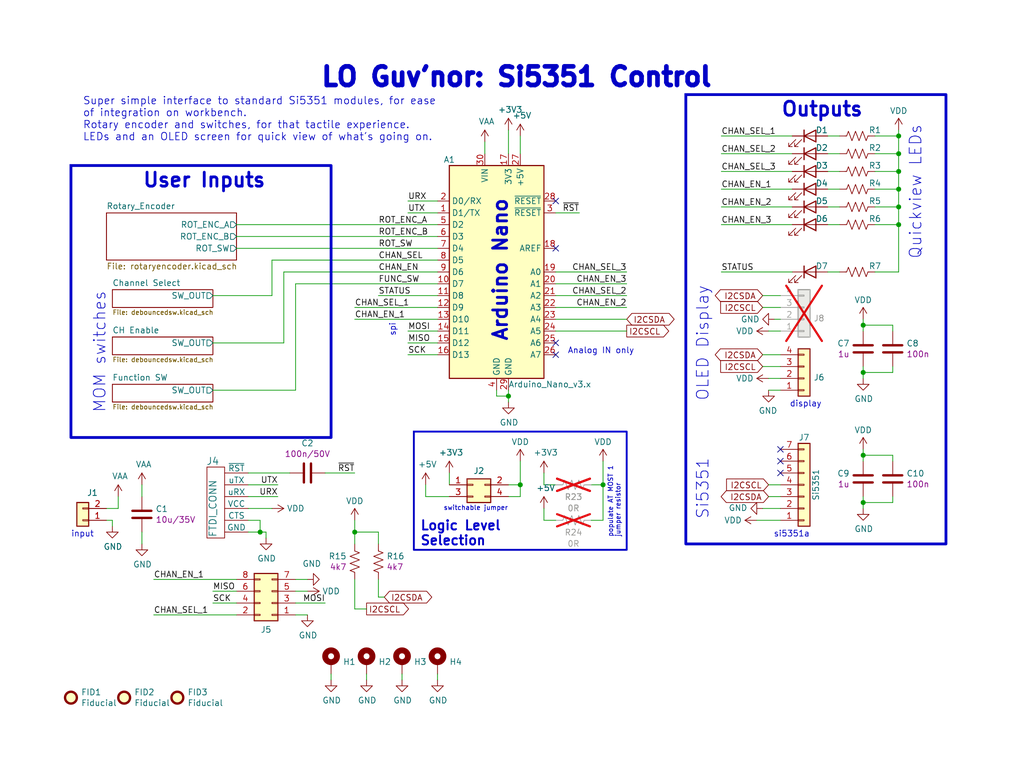
<source format=kicad_sch>
(kicad_sch (version 20230121) (generator eeschema)
  (paper "User" 219.989 164.998)
  (title_block (title "LO Guv'nor: Si5351 control module") (date "2023-12-08") (rev "1.2") (company "Psychogenic Technologies INC") (comment 1 "(C) 2022-2023 Pat Deegan"))
  (lib_symbols
    (symbol "Connector_Generic:Conn_01x02" (pin_names (offset 1.016) hide)
      (property "Reference" "J" (at 0 2.54 0))
      (property "Value" "Conn_01x02" (at 0 -5.08 0))
      (symbol "Conn_01x02_1_1"
        (rectangle (start -1.27 -2.413) (end 0 -2.667) (stroke (width 0.1524)))
        (rectangle (start -1.27 0.127) (end 0 -0.127) (stroke (width 0.1524)))
        (rectangle (start -1.27 1.27) (end 1.27 -3.81) (stroke (width 0.254)) (fill (type background)))
        (pin passive line (at -5.08 0 0) (length 3.81) (name "Pin_1") (number "1"))
        (pin passive line (at -5.08 -2.54 0) (length 3.81) (name "Pin_2") (number "2"))
      )
    )
    (symbol "Connector_Generic:Conn_01x04" (pin_names (offset 1.016) hide)
      (property "Reference" "J" (at 0 5.08 0))
      (property "Value" "Conn_01x04" (at 0 -7.62 0))
      (symbol "Conn_01x04_1_1"
        (rectangle (start -1.27 -4.953) (end 0 -5.207) (stroke (width 0.1524)))
        (rectangle (start -1.27 -2.413) (end 0 -2.667) (stroke (width 0.1524)))
        (rectangle (start -1.27 0.127) (end 0 -0.127) (stroke (width 0.1524)))
        (rectangle (start -1.27 2.667) (end 0 2.413) (stroke (width 0.1524)))
        (rectangle (start -1.27 3.81) (end 1.27 -6.35) (stroke (width 0.254)) (fill (type background)))
        (pin passive line (at -5.08 2.54 0) (length 3.81) (name "Pin_1") (number "1"))
        (pin passive line (at -5.08 0 0) (length 3.81) (name "Pin_2") (number "2"))
        (pin passive line (at -5.08 -2.54 0) (length 3.81) (name "Pin_3") (number "3"))
        (pin passive line (at -5.08 -5.08 0) (length 3.81) (name "Pin_4") (number "4"))
      )
    )
    (symbol "Connector_Generic:Conn_01x07" (pin_names (offset 1.016) hide)
      (property "Reference" "J" (at 0 10.16 0))
      (property "Value" "Conn_01x07" (at 0 -10.16 0))
      (symbol "Conn_01x07_1_1"
        (rectangle (start -1.27 -7.493) (end 0 -7.747) (stroke (width 0.1524)))
        (rectangle (start -1.27 -4.953) (end 0 -5.207) (stroke (width 0.1524)))
        (rectangle (start -1.27 -2.413) (end 0 -2.667) (stroke (width 0.1524)))
        (rectangle (start -1.27 0.127) (end 0 -0.127) (stroke (width 0.1524)))
        (rectangle (start -1.27 2.667) (end 0 2.413) (stroke (width 0.1524)))
        (rectangle (start -1.27 5.207) (end 0 4.953) (stroke (width 0.1524)))
        (rectangle (start -1.27 7.747) (end 0 7.493) (stroke (width 0.1524)))
        (rectangle (start -1.27 8.89) (end 1.27 -8.89) (stroke (width 0.254)) (fill (type background)))
        (pin passive line (at -5.08 7.62 0) (length 3.81) (name "Pin_1") (number "1"))
        (pin passive line (at -5.08 5.08 0) (length 3.81) (name "Pin_2") (number "2"))
        (pin passive line (at -5.08 2.54 0) (length 3.81) (name "Pin_3") (number "3"))
        (pin passive line (at -5.08 0 0) (length 3.81) (name "Pin_4") (number "4"))
        (pin passive line (at -5.08 -2.54 0) (length 3.81) (name "Pin_5") (number "5"))
        (pin passive line (at -5.08 -5.08 0) (length 3.81) (name "Pin_6") (number "6"))
        (pin passive line (at -5.08 -7.62 0) (length 3.81) (name "Pin_7") (number "7"))
      )
    )
    (symbol "Connector_Generic:Conn_02x02_Odd_Even" (pin_names (offset 1.016) hide)
      (property "Reference" "J" (at 1.27 2.54 0))
      (property "Value" "Conn_02x02_Odd_Even" (at 1.27 -5.08 0))
      (symbol "Conn_02x02_Odd_Even_1_1"
        (rectangle (start -1.27 -2.413) (end 0 -2.667) (stroke (width 0.1524)))
        (rectangle (start -1.27 0.127) (end 0 -0.127) (stroke (width 0.1524)))
        (rectangle (start -1.27 1.27) (end 3.81 -3.81) (stroke (width 0.254)) (fill (type background)))
        (rectangle (start 3.81 -2.413) (end 2.54 -2.667) (stroke (width 0.1524)))
        (rectangle (start 3.81 0.127) (end 2.54 -0.127) (stroke (width 0.1524)))
        (pin passive line (at -5.08 0 0) (length 3.81) (name "Pin_1") (number "1"))
        (pin passive line (at 7.62 0 180) (length 3.81) (name "Pin_2") (number "2"))
        (pin passive line (at -5.08 -2.54 0) (length 3.81) (name "Pin_3") (number "3"))
        (pin passive line (at 7.62 -2.54 180) (length 3.81) (name "Pin_4") (number "4"))
      )
    )
    (symbol "Connector_Generic:Conn_02x04_Odd_Even" (pin_names (offset 1.016) hide)
      (property "Reference" "J" (at 1.27 5.08 0))
      (property "Value" "Conn_02x04_Odd_Even" (at 1.27 -7.62 0))
      (symbol "Conn_02x04_Odd_Even_1_1"
        (rectangle (start -1.27 -4.953) (end 0 -5.207) (stroke (width 0.1524)))
        (rectangle (start -1.27 -2.413) (end 0 -2.667) (stroke (width 0.1524)))
        (rectangle (start -1.27 0.127) (end 0 -0.127) (stroke (width 0.1524)))
        (rectangle (start -1.27 2.667) (end 0 2.413) (stroke (width 0.1524)))
        (rectangle (start -1.27 3.81) (end 3.81 -6.35) (stroke (width 0.254)) (fill (type background)))
        (rectangle (start 3.81 -4.953) (end 2.54 -5.207) (stroke (width 0.1524)))
        (rectangle (start 3.81 -2.413) (end 2.54 -2.667) (stroke (width 0.1524)))
        (rectangle (start 3.81 0.127) (end 2.54 -0.127) (stroke (width 0.1524)))
        (rectangle (start 3.81 2.667) (end 2.54 2.413) (stroke (width 0.1524)))
        (pin passive line (at -5.08 2.54 0) (length 3.81) (name "Pin_1") (number "1"))
        (pin passive line (at 7.62 2.54 180) (length 3.81) (name "Pin_2") (number "2"))
        (pin passive line (at -5.08 0 0) (length 3.81) (name "Pin_3") (number "3"))
        (pin passive line (at 7.62 0 180) (length 3.81) (name "Pin_4") (number "4"))
        (pin passive line (at -5.08 -2.54 0) (length 3.81) (name "Pin_5") (number "5"))
        (pin passive line (at 7.62 -2.54 180) (length 3.81) (name "Pin_6") (number "6"))
        (pin passive line (at -5.08 -5.08 0) (length 3.81) (name "Pin_7") (number "7"))
        (pin passive line (at 7.62 -5.08 180) (length 3.81) (name "Pin_8") (number "8"))
      )
    )
    (symbol "Device:LED" (pin_numbers hide) (pin_names (offset 1.016) hide)
      (property "Reference" "D" (at 0 2.54 0))
      (property "Value" "LED" (at 0 -2.54 0))
      (symbol "LED_0_1"
        (polyline (pts (xy -1.27 -1.27) (xy -1.27 1.27)) (stroke (width 0.254)))
        (polyline (pts (xy -1.27 0) (xy 1.27 0)))
        (polyline (pts (xy 1.27 -1.27) (xy 1.27 1.27) (xy -1.27 0) (xy 1.27 -1.27)) (stroke (width 0.254)))
        (polyline (pts (xy -3.048 -0.762) (xy -4.572 -2.286) (xy -3.81 -2.286) (xy -4.572 -2.286) (xy -4.572 -1.524)))
        (polyline (pts (xy -1.778 -0.762) (xy -3.302 -2.286) (xy -2.54 -2.286) (xy -3.302 -2.286) (xy -3.302 -1.524)))
      )
      (symbol "LED_1_1"
        (pin passive line (at -3.81 0 0) (length 2.54) (name "K") (number "1"))
        (pin passive line (at 3.81 0 180) (length 2.54) (name "A") (number "2"))
      )
    )
    (symbol "MCU_Module:Arduino_Nano_v3.x"
      (property "Reference" "A" (at -10.16 23.495 0))
      (property "Value" "Arduino_Nano_v3.x" (at 5.08 -24.13 0))
      (symbol "Arduino_Nano_v3.x_0_1"
        (rectangle (start -10.16 22.86) (end 10.16 -22.86) (stroke (width 0.254)) (fill (type background)))
      )
      (symbol "Arduino_Nano_v3.x_1_1"
        (pin bidirectional line (at -12.7 12.7 0) (length 2.54) (name "D1/TX") (number "1"))
        (pin bidirectional line (at -12.7 -2.54 0) (length 2.54) (name "D7") (number "10"))
        (pin bidirectional line (at -12.7 -5.08 0) (length 2.54) (name "D8") (number "11"))
        (pin bidirectional line (at -12.7 -7.62 0) (length 2.54) (name "D9") (number "12"))
        (pin bidirectional line (at -12.7 -10.16 0) (length 2.54) (name "D10") (number "13"))
        (pin bidirectional line (at -12.7 -12.7 0) (length 2.54) (name "D11") (number "14"))
        (pin bidirectional line (at -12.7 -15.24 0) (length 2.54) (name "D12") (number "15"))
        (pin bidirectional line (at -12.7 -17.78 0) (length 2.54) (name "D13") (number "16"))
        (pin power_out line (at 2.54 25.4 270) (length 2.54) (name "3V3") (number "17"))
        (pin input line (at 12.7 5.08 180) (length 2.54) (name "AREF") (number "18"))
        (pin bidirectional line (at 12.7 0 180) (length 2.54) (name "A0") (number "19"))
        (pin bidirectional line (at -12.7 15.24 0) (length 2.54) (name "D0/RX") (number "2"))
        (pin bidirectional line (at 12.7 -2.54 180) (length 2.54) (name "A1") (number "20"))
        (pin bidirectional line (at 12.7 -5.08 180) (length 2.54) (name "A2") (number "21"))
        (pin bidirectional line (at 12.7 -7.62 180) (length 2.54) (name "A3") (number "22"))
        (pin bidirectional line (at 12.7 -10.16 180) (length 2.54) (name "A4") (number "23"))
        (pin bidirectional line (at 12.7 -12.7 180) (length 2.54) (name "A5") (number "24"))
        (pin bidirectional line (at 12.7 -15.24 180) (length 2.54) (name "A6") (number "25"))
        (pin bidirectional line (at 12.7 -17.78 180) (length 2.54) (name "A7") (number "26"))
        (pin power_out line (at 5.08 25.4 270) (length 2.54) (name "+5V") (number "27"))
        (pin input line (at 12.7 15.24 180) (length 2.54) (name "~{RESET}") (number "28"))
        (pin power_in line (at 2.54 -25.4 90) (length 2.54) (name "GND") (number "29"))
        (pin input line (at 12.7 12.7 180) (length 2.54) (name "~{RESET}") (number "3"))
        (pin power_in line (at -2.54 25.4 270) (length 2.54) (name "VIN") (number "30"))
        (pin power_in line (at 0 -25.4 90) (length 2.54) (name "GND") (number "4"))
        (pin bidirectional line (at -12.7 10.16 0) (length 2.54) (name "D2") (number "5"))
        (pin bidirectional line (at -12.7 7.62 0) (length 2.54) (name "D3") (number "6"))
        (pin bidirectional line (at -12.7 5.08 0) (length 2.54) (name "D4") (number "7"))
        (pin bidirectional line (at -12.7 2.54 0) (length 2.54) (name "D5") (number "8"))
        (pin bidirectional line (at -12.7 0 0) (length 2.54) (name "D6") (number "9"))
      )
    )
    (symbol "Mechanical:Fiducial"
      (property "Reference" "FID" (at 0 5.08 0))
      (property "Value" "Fiducial" (at 0 3.175 0))
      (symbol "Fiducial_0_1"
        (circle (center 0 0) (radius 1.27) (stroke (width 0.508)) (fill (type background)))
      )
    )
    (symbol "Mechanical:MountingHole_Pad" (pin_numbers hide) (pin_names (offset 1.016) hide)
      (property "Reference" "H" (at 0 6.35 0))
      (property "Value" "MountingHole_Pad" (at 0 4.445 0))
      (symbol "MountingHole_Pad_0_1"
        (circle (center 0 1.27) (radius 1.27) (stroke (width 1.27)))
      )
      (symbol "MountingHole_Pad_1_1"
        (pin input line (at 0 -2.54 90) (length 2.54) (name "1") (number "1"))
      )
    )
    (symbol "flyingcars:FTDI_CONN" (pin_numbers hide) (pin_names (offset 0))
      (property "Reference" "J" (at -2.54 8.89 0))
      (property "Value" "FTDI_CONN" (at -1.27 0 90))
      (symbol "FTDI_CONN_0_1"
        (rectangle (start 0 -7.62) (end -3.81 7.62))
      )
      (symbol "FTDI_CONN_1_1"
        (pin passive line (at 5.08 -6.35 180) (length 5.08) (name "GND") (number "1"))
        (pin passive line (at 5.08 -3.81 180) (length 5.08) (name "CTS") (number "2"))
        (pin passive line (at 5.08 -1.27 180) (length 5.08) (name "VCC") (number "3"))
        (pin passive line (at 5.08 1.27 180) (length 5.08) (name "uRX") (number "4"))
        (pin passive line (at 5.08 3.81 180) (length 5.08) (name "uTX") (number "5"))
        (pin passive line (at 5.08 6.35 180) (length 5.08) (name "~{RST}") (number "6"))
      )
    )
    (symbol "power:+3V3" (power) (pin_names (offset 0))
      (property "Value" "+3V3" (at 0 3.556 0))
      (symbol "+3V3_0_1"
        (polyline (pts (xy -0.762 1.27) (xy 0 2.54)))
        (polyline (pts (xy 0 0) (xy 0 2.54)))
        (polyline (pts (xy 0 2.54) (xy 0.762 1.27)))
      )
      (symbol "+3V3_1_1"
        (pin power_in line (at 0 0 90) (length 0) hide (name "+3V3") (number "1"))
      )
    )
    (symbol "power:+5V" (power) (pin_names (offset 0))
      (property "Value" "+5V" (at 0 3.556 0))
      (symbol "+5V_0_1"
        (polyline (pts (xy -0.762 1.27) (xy 0 2.54)))
        (polyline (pts (xy 0 0) (xy 0 2.54)))
        (polyline (pts (xy 0 2.54) (xy 0.762 1.27)))
      )
      (symbol "+5V_1_1"
        (pin power_in line (at 0 0 90) (length 0) hide (name "+5V") (number "1"))
      )
    )
    (symbol "power:GND" (power) (pin_names (offset 0))
      (property "Value" "GND" (at 0 -3.81 0))
      (symbol "GND_0_1"
        (polyline (pts (xy 0 0) (xy 0 -1.27) (xy 1.27 -1.27) (xy 0 -2.54) (xy -1.27 -1.27) (xy 0 -1.27)))
      )
      (symbol "GND_1_1"
        (pin power_in line (at 0 0 270) (length 0) hide (name "GND") (number "1"))
      )
    )
    (symbol "power:VAA" (power) (pin_names (offset 0))
      (property "Value" "VAA" (at 0 3.81 0))
      (symbol "VAA_0_1"
        (polyline (pts (xy -0.762 1.27) (xy 0 2.54)))
        (polyline (pts (xy 0 0) (xy 0 2.54)))
        (polyline (pts (xy 0 2.54) (xy 0.762 1.27)))
      )
      (symbol "VAA_1_1"
        (pin power_in line (at 0 0 90) (length 0) hide (name "VAA") (number "1"))
      )
    )
    (symbol "power:VDD" (power) (pin_names (offset 0))
      (property "Value" "VDD" (at 0 3.81 0))
      (symbol "VDD_0_1"
        (polyline (pts (xy -0.762 1.27) (xy 0 2.54)))
        (polyline (pts (xy 0 0) (xy 0 2.54)))
        (polyline (pts (xy 0 2.54) (xy 0.762 1.27)))
      )
      (symbol "VDD_1_1"
        (pin power_in line (at 0 0 90) (length 0) hide (name "VDD") (number "1"))
      )
    )
    (symbol "psypassives:C_100n_0603_50V" (pin_numbers hide) (pin_names (offset 0.254))
      (property "Reference" "C" (at 0.635 2.54 0))
      (property "Display Value" "100n/50V" (at 11.43 1.524 0))
      (symbol "C_100n_0603_50V_0_1"
        (polyline (pts (xy -2.032 -0.762) (xy 2.032 -0.762)) (stroke (width 0.508)))
        (polyline (pts (xy -2.032 0.762) (xy 2.032 0.762)) (stroke (width 0.508)))
      )
      (symbol "C_100n_0603_50V_1_1"
        (pin passive line (at 0 3.81 270) (length 2.794) (name "~") (number "1"))
        (pin passive line (at 0 -3.81 90) (length 2.794) (name "~") (number "2"))
      )
    )
    (symbol "psypassives:C_10u_0603_35V" (pin_numbers hide) (pin_names (offset 0.254))
      (property "Reference" "C" (at 0.635 2.54 0))
      (property "Display Value" "10u/35V" (at 11.43 1.524 0))
      (symbol "C_10u_0603_35V_0_1"
        (polyline (pts (xy -2.032 -0.762) (xy 2.032 -0.762)) (stroke (width 0.508)))
        (polyline (pts (xy -2.032 0.762) (xy 2.032 0.762)) (stroke (width 0.508)))
      )
      (symbol "C_10u_0603_35V_1_1"
        (pin passive line (at 0 3.81 270) (length 2.794) (name "~") (number "1"))
        (pin passive line (at 0 -3.81 90) (length 2.794) (name "~") (number "2"))
      )
    )
    (symbol "psypassives:C_1u_0603_50V" (pin_numbers hide) (pin_names (offset 0.254))
      (property "Reference" "C" (at 0.635 2.54 0))
      (property "Display Value" "1u/50V" (at 11.43 1.524 0))
      (symbol "C_1u_0603_50V_0_1"
        (polyline (pts (xy -2.032 -0.762) (xy 2.032 -0.762)) (stroke (width 0.508)))
        (polyline (pts (xy -2.032 0.762) (xy 2.032 0.762)) (stroke (width 0.508)))
      )
      (symbol "C_1u_0603_50V_1_1"
        (pin passive line (at 0 3.81 270) (length 2.794) (name "~") (number "1"))
        (pin passive line (at 0 -3.81 90) (length 2.794) (name "~") (number "2"))
      )
    )
    (symbol "psypassives:R_0R_0603_JUMPER" (pin_numbers hide) (pin_names (offset 0))
      (property "Reference" "R" (at 2.54 0 90))
      (property "Display Value" "0R" (at 11.43 1.524 0))
      (symbol "R_0R_0603_JUMPER_0_1"
        (polyline (pts (xy 0 -2.286) (xy 0 -2.54)))
        (polyline (pts (xy 0 2.286) (xy 0 2.54)))
        (polyline (pts (xy 0 -0.762) (xy 1.016 -1.143) (xy 0 -1.524) (xy -1.016 -1.905) (xy 0 -2.286)))
        (polyline (pts (xy 0 0.762) (xy 1.016 0.381) (xy 0 0) (xy -1.016 -0.381) (xy 0 -0.762)))
        (polyline (pts (xy 0 2.286) (xy 1.016 1.905) (xy 0 1.524) (xy -1.016 1.143) (xy 0 0.762)))
      )
      (symbol "R_0R_0603_JUMPER_1_1"
        (pin passive line (at 0 3.81 270) (length 1.27) (name "~") (number "1"))
        (pin passive line (at 0 -3.81 90) (length 1.27) (name "~") (number "2"))
      )
    )
    (symbol "psypassives:R_1k_0603" (pin_numbers hide) (pin_names (offset 0))
      (property "Reference" "R" (at 2.54 0 90))
      (property "Display Value" "1k" (at 11.43 1.524 0))
      (symbol "R_1k_0603_0_1"
        (polyline (pts (xy 0 -2.286) (xy 0 -2.54)))
        (polyline (pts (xy 0 2.286) (xy 0 2.54)))
        (polyline (pts (xy 0 -0.762) (xy 1.016 -1.143) (xy 0 -1.524) (xy -1.016 -1.905) (xy 0 -2.286)))
        (polyline (pts (xy 0 0.762) (xy 1.016 0.381) (xy 0 0) (xy -1.016 -0.381) (xy 0 -0.762)))
        (polyline (pts (xy 0 2.286) (xy 1.016 1.905) (xy 0 1.524) (xy -1.016 1.143) (xy 0 0.762)))
      )
      (symbol "R_1k_0603_1_1"
        (pin passive line (at 0 3.81 270) (length 1.27) (name "~") (number "1"))
        (pin passive line (at 0 -3.81 90) (length 1.27) (name "~") (number "2"))
      )
    )
    (symbol "psypassives:R_4k7_0603" (pin_numbers hide) (pin_names (offset 0))
      (property "Reference" "R" (at 2.54 -1.27 90))
      (property "Display Value" "4k7" (at 2.286 2.54 90))
      (symbol "R_4k7_0603_0_1"
        (polyline (pts (xy 0 -2.286) (xy 0 -2.54)))
        (polyline (pts (xy 0 2.286) (xy 0 2.54)))
        (polyline (pts (xy 0 -0.762) (xy 1.016 -1.143) (xy 0 -1.524) (xy -1.016 -1.905) (xy 0 -2.286)))
        (polyline (pts (xy 0 0.762) (xy 1.016 0.381) (xy 0 0) (xy -1.016 -0.381) (xy 0 -0.762)))
        (polyline (pts (xy 0 2.286) (xy 1.016 1.905) (xy 0 1.524) (xy -1.016 1.143) (xy 0 0.762)))
      )
      (symbol "R_4k7_0603_1_1"
        (pin passive line (at 0 3.81 270) (length 1.27) (name "~") (number "1"))
        (pin passive line (at 0 -3.81 90) (length 1.27) (name "~") (number "2"))
      )
    )
  )
  (junction (at 193.04 36.83))
  (junction (at 193.04 29.21))
  (junction (at 193.04 48.26))
  (junction (at 193.04 40.64))
  (junction (at 76.2 114.3))
  (junction (at 109.22 85.09))
  (junction (at 111.76 104.14))
  (junction (at 129.54 104.14))
  (junction (at 185.42 97.79))
  (junction (at 185.42 69.85))
  (junction (at 185.42 80.01))
  (junction (at 55.88 114.3))
  (junction (at 193.04 33.02))
  (junction (at 193.04 44.45))
  (junction (at 185.42 107.95))
  (no_connect (at 119.38 53.34))
  (no_connect (at 119.38 76.2))
  (no_connect (at 119.38 43.18))
  (no_connect (at 167.64 96.52))
  (no_connect (at 167.64 101.6))
  (no_connect (at 119.38 73.66))
  (no_connect (at 167.64 99.06))
  (wire (pts (xy 96.52 101.6) (xy 96.52 104.14)))
  (wire (pts (xy 134.62 68.58) (xy 119.38 68.58)))
  (wire (pts (xy 111.76 104.14) (xy 111.76 106.68)))
  (wire (pts (xy 193.04 33.02) (xy 193.04 36.83)))
  (wire (pts (xy 76.2 114.3) (xy 81.28 114.3)))
  (wire (pts (xy 86.36 144.78) (xy 86.36 146.05)))
  (wire (pts (xy 81.28 63.5) (xy 93.98 63.5)))
  (wire (pts (xy 187.96 36.83) (xy 193.04 36.83)))
  (wire (pts (xy 81.28 114.3) (xy 81.28 116.84)))
  (wire (pts (xy 116.84 111.76) (xy 119.38 111.76)))
  (wire (pts (xy 63.5 60.96) (xy 93.98 60.96)))
  (wire (pts (xy 69.85 129.54) (xy 63.5 129.54)))
  (wire (pts (xy 45.72 127) (xy 50.8 127)))
  (wire (pts (xy 185.42 69.85) (xy 185.42 71.12)))
  (wire (pts (xy 53.34 114.3) (xy 55.88 114.3)))
  (wire (pts (xy 163.83 63.5) (xy 167.64 63.5)))
  (wire (pts (xy 193.04 58.42) (xy 193.04 48.26)))
  (wire (pts (xy 134.62 58.42) (xy 119.38 58.42)))
  (wire (pts (xy 193.04 36.83) (xy 193.04 40.64)))
  (wire (pts (xy 50.8 53.34) (xy 93.98 53.34)))
  (wire (pts (xy 187.96 44.45) (xy 193.04 44.45)))
  (wire (pts (xy 185.42 107.95) (xy 185.42 109.22)))
  (wire (pts (xy 55.88 114.3) (xy 57.15 114.3)))
  (wire (pts (xy 109.22 27.94) (xy 109.22 33.02)))
  (wire (pts (xy 33.02 124.46) (xy 50.8 124.46)))
  (wire (pts (xy 163.83 76.2) (xy 167.64 76.2)))
  (wire (pts (xy 59.69 104.14) (xy 53.34 104.14)))
  (wire (pts (xy 53.34 101.6) (xy 62.23 101.6)))
  (wire (pts (xy 78.74 144.78) (xy 78.74 146.05)))
  (wire (pts (xy 166.37 68.58) (xy 167.64 68.58)))
  (wire (pts (xy 76.2 130.81) (xy 78.74 130.81)))
  (wire (pts (xy 93.98 144.78) (xy 93.98 146.05)))
  (wire (pts (xy 25.4 109.22) (xy 22.86 109.22)))
  (wire (pts (xy 106.68 83.82) (xy 106.68 85.09)))
  (wire (pts (xy 165.1 106.68) (xy 167.64 106.68)))
  (wire (pts (xy 193.04 29.21) (xy 193.04 33.02)))
  (wire (pts (xy 25.4 106.68) (xy 25.4 109.22)))
  (wire (pts (xy 193.04 40.64) (xy 193.04 44.45)))
  (wire (pts (xy 76.2 114.3) (xy 76.2 116.84)))
  (wire (pts (xy 69.85 101.6) (xy 76.2 101.6)))
  (wire (pts (xy 191.77 106.68) (xy 191.77 107.95)))
  (wire (pts (xy 33.02 132.08) (xy 50.8 132.08)))
  (wire (pts (xy 30.48 104.14) (xy 30.48 106.68)))
  (wire (pts (xy 129.54 111.76) (xy 127 111.76)))
  (wire (pts (xy 24.13 111.76) (xy 24.13 113.03)))
  (wire (pts (xy 116.84 109.22) (xy 116.84 111.76)))
  (wire (pts (xy 185.42 68.58) (xy 185.42 69.85)))
  (wire (pts (xy 185.42 80.01) (xy 185.42 81.28)))
  (wire (pts (xy 191.77 78.74) (xy 191.77 80.01)))
  (wire (pts (xy 71.12 144.78) (xy 71.12 146.05)))
  (wire (pts (xy 187.96 40.64) (xy 193.04 40.64)))
  (wire (pts (xy 177.8 48.26) (xy 180.34 48.26)))
  (wire (pts (xy 185.42 78.74) (xy 185.42 80.01)))
  (wire (pts (xy 134.62 60.96) (xy 119.38 60.96)))
  (wire (pts (xy 87.63 43.18) (xy 93.98 43.18)))
  (wire (pts (xy 63.5 124.46) (xy 66.04 124.46)))
  (wire (pts (xy 127 104.14) (xy 129.54 104.14)))
  (wire (pts (xy 154.94 36.83) (xy 170.18 36.83)))
  (wire (pts (xy 66.04 127) (xy 63.5 127)))
  (wire (pts (xy 191.77 107.95) (xy 185.42 107.95)))
  (wire (pts (xy 59.69 106.68) (xy 53.34 106.68)))
  (wire (pts (xy 134.62 71.12) (xy 119.38 71.12)))
  (wire (pts (xy 50.8 48.26) (xy 93.98 48.26)))
  (wire (pts (xy 60.96 58.42) (xy 93.98 58.42)))
  (wire (pts (xy 167.64 78.74) (xy 163.83 78.74)))
  (wire (pts (xy 109.22 83.82) (xy 109.22 85.09)))
  (wire (pts (xy 45.72 73.66) (xy 60.96 73.66)))
  (wire (pts (xy 87.63 76.2) (xy 93.98 76.2)))
  (wire (pts (xy 91.44 106.68) (xy 96.52 106.68)))
  (wire (pts (xy 162.56 111.76) (xy 167.64 111.76)))
  (wire (pts (xy 167.64 71.12) (xy 165.1 71.12)))
  (wire (pts (xy 91.44 104.14) (xy 91.44 106.68)))
  (wire (pts (xy 58.42 55.88) (xy 93.98 55.88)))
  (wire (pts (xy 134.62 66.04) (xy 119.38 66.04)))
  (wire (pts (xy 185.42 69.85) (xy 191.77 69.85)))
  (wire (pts (xy 177.8 58.42) (xy 180.34 58.42)))
  (wire (pts (xy 187.96 29.21) (xy 193.04 29.21)))
  (wire (pts (xy 185.42 96.52) (xy 185.42 97.79)))
  (wire (pts (xy 167.64 83.82) (xy 165.1 83.82)))
  (wire (pts (xy 109.22 104.14) (xy 111.76 104.14)))
  (wire (pts (xy 163.83 109.22) (xy 167.64 109.22)))
  (wire (pts (xy 154.94 29.21) (xy 170.18 29.21)))
  (wire (pts (xy 177.8 29.21) (xy 180.34 29.21)))
  (wire (pts (xy 129.54 104.14) (xy 129.54 111.76)))
  (wire (pts (xy 177.8 36.83) (xy 180.34 36.83)))
  (wire (pts (xy 104.14 30.48) (xy 104.14 33.02)))
  (wire (pts (xy 193.04 48.26) (xy 187.96 48.26)))
  (wire (pts (xy 45.72 83.82) (xy 63.5 83.82)))
  (wire (pts (xy 45.72 129.54) (xy 50.8 129.54)))
  (wire (pts (xy 87.63 45.72) (xy 93.98 45.72)))
  (wire (pts (xy 30.48 114.3) (xy 30.48 116.84)))
  (wire (pts (xy 116.84 104.14) (xy 119.38 104.14)))
  (wire (pts (xy 55.88 111.76) (xy 55.88 114.3)))
  (wire (pts (xy 187.96 33.02) (xy 193.04 33.02)))
  (wire (pts (xy 76.2 66.04) (xy 93.98 66.04)))
  (wire (pts (xy 193.04 27.94) (xy 193.04 29.21)))
  (wire (pts (xy 191.77 97.79) (xy 191.77 99.06)))
  (wire (pts (xy 53.34 109.22) (xy 58.42 109.22)))
  (wire (pts (xy 134.62 63.5) (xy 119.38 63.5)))
  (wire (pts (xy 57.15 114.3) (xy 57.15 115.57)))
  (wire (pts (xy 63.5 132.08) (xy 66.04 132.08)))
  (wire (pts (xy 45.72 63.5) (xy 58.42 63.5)))
  (wire (pts (xy 165.1 104.14) (xy 167.64 104.14)))
  (wire (pts (xy 129.54 99.06) (xy 129.54 104.14)))
  (wire (pts (xy 154.94 40.64) (xy 170.18 40.64)))
  (wire (pts (xy 60.96 73.66) (xy 60.96 58.42)))
  (wire (pts (xy 187.96 58.42) (xy 193.04 58.42)))
  (wire (pts (xy 193.04 44.45) (xy 193.04 48.26)))
  (wire (pts (xy 124.46 45.72) (xy 119.38 45.72)))
  (wire (pts (xy 53.34 111.76) (xy 55.88 111.76)))
  (wire (pts (xy 109.22 85.09) (xy 109.22 86.36)))
  (wire (pts (xy 167.64 81.28) (xy 165.1 81.28)))
  (wire (pts (xy 154.94 33.02) (xy 170.18 33.02)))
  (wire (pts (xy 191.77 80.01) (xy 185.42 80.01)))
  (wire (pts (xy 177.8 33.02) (xy 180.34 33.02)))
  (wire (pts (xy 87.63 73.66) (xy 93.98 73.66)))
  (wire (pts (xy 116.84 101.6) (xy 116.84 104.14)))
  (wire (pts (xy 185.42 97.79) (xy 191.77 97.79)))
  (wire (pts (xy 106.68 85.09) (xy 109.22 85.09)))
  (wire (pts (xy 76.2 68.58) (xy 93.98 68.58)))
  (wire (pts (xy 76.2 124.46) (xy 76.2 130.81)))
  (wire (pts (xy 111.76 29.21) (xy 111.76 33.02)))
  (wire (pts (xy 185.42 97.79) (xy 185.42 99.06)))
  (wire (pts (xy 185.42 106.68) (xy 185.42 107.95)))
  (wire (pts (xy 76.2 111.76) (xy 76.2 114.3)))
  (wire (pts (xy 81.28 124.46) (xy 81.28 128.27)))
  (wire (pts (xy 154.94 44.45) (xy 170.18 44.45)))
  (wire (pts (xy 191.77 69.85) (xy 191.77 71.12)))
  (wire (pts (xy 170.18 58.42) (xy 154.94 58.42)))
  (wire (pts (xy 50.8 50.8) (xy 93.98 50.8)))
  (wire (pts (xy 111.76 106.68) (xy 109.22 106.68)))
  (wire (pts (xy 81.28 128.27) (xy 82.55 128.27)))
  (wire (pts (xy 177.8 40.64) (xy 180.34 40.64)))
  (wire (pts (xy 58.42 55.88) (xy 58.42 63.5)))
  (wire (pts (xy 22.86 111.76) (xy 24.13 111.76)))
  (wire (pts (xy 177.8 44.45) (xy 180.34 44.45)))
  (wire (pts (xy 111.76 99.06) (xy 111.76 104.14)))
  (wire (pts (xy 63.5 83.82) (xy 63.5 60.96)))
  (wire (pts (xy 170.18 48.26) (xy 154.94 48.26)))
  (wire (pts (xy 87.63 71.12) (xy 93.98 71.12)))
  (wire (pts (xy 167.64 66.04) (xy 163.83 66.04)))
  (rectangle (start 147.32 20.32) (end 203.2 116.84) (stroke (width 0.6)))
  (rectangle (start 15.24 35.56) (end 71.12 93.98) (stroke (width 0.6)))
  (rectangle (start 88.9 92.71) (end 134.62 118.11) (stroke (width 0.4)))
  (text "Outputs" (at 167.64 25.4 0) (effects (font (size 3 3) (thickness 0.6) bold) (justify left bottom)))
  (text "User Inputs" (at 30.48 40.64 0) (effects (font (size 3 3) (thickness 0.6) bold) (justify left bottom)))
  (text "input" (at 15.24 115.57 0) (effects (font (size 1.27 1.27)) (justify left bottom)))
  (text "OLED Display" (at 152.4 86.36 90) (effects (font (size 2.5 2.5)) (justify left bottom)))
  (text "Quickview LEDs" (at 198.12 55.88 90) (effects (font (size 2.5 2.5)) (justify left bottom)))
  (text "display" (at 176.53 87.63 0) (effects (font (size 1.27 1.27)) (justify right bottom)))
  (text "LO Guv'nor: Si5351 Control" (at 68.58 19.05 0) (effects (font (size 4 4) (thickness 1) bold) (justify left bottom)))
  (text "switchable jumper" (at 95.25 109.855 0) (effects (font (size 1 1)) (justify left bottom)))
  (text "Logic Level\nSelection" (at 90.17 117.475 0) (effects (font (size 2 2) (thickness 0.4) bold) (justify left bottom)))
  (text "Super simple interface to standard Si5351 modules, for ease\nof integration on workbench.\nRotary encoder and switches, for that tactile experience.  \nLEDs and an OLED screen for quick view of what's going on." (at 17.78 30.48 0) (effects (font (size 1.6 1.6)) (justify left bottom)))
  (text "populate AT MOST 1\njumper resistor" (at 133.35 115.57 90) (effects (font (size 1 1)) (justify left bottom)))
  (text "Si5351" (at 152.4 111.76 90) (effects (font (size 2.5 2.5)) (justify left bottom)))
  (text "si5351a" (at 173.99 115.57 0) (effects (font (size 1.27 1.27)) (justify right bottom)))
  (text "spi\n" (at 85.09 72.39 90) (effects (font (size 1.27 1.27)) (justify left bottom)))
  (text "Arduino Nano" (at 109.22 73.66 90) (effects (font (size 3 3) (thickness 0.6) bold) (justify left bottom)))
  (text "Analog IN only" (at 121.92 76.2 0) (effects (font (size 1.27 1.27)) (justify left bottom)))
  (text "MOM switches" (at 22.86 88.9 90) (effects (font (size 2.5 2.5)) (justify left bottom)))
  (label "CHAN_SEL_3" (at 134.62 58.42 180))
  (label "CHAN_EN_1" (at 76.2 68.58 0))
  (label "CHAN_EN_2" (at 134.62 66.04 180))
  (label "STATUS" (at 81.28 63.5 0))
  (label "SCK" (at 87.63 76.2 0))
  (label "CHAN_EN_1" (at 33.02 124.46 0))
  (label "~{RST}" (at 76.2 101.6 180))
  (label "CHAN_SEL" (at 81.28 55.88 0))
  (label "CHAN_SEL_2" (at 134.62 63.5 180))
  (label "ROT_ENC_B" (at 81.28 50.8 0))
  (label "CHAN_SEL_3" (at 154.94 36.83 0))
  (label "CHAN_EN" (at 81.28 58.42 0))
  (label "~{RST}" (at 124.46 45.72 180))
  (label "STATUS" (at 154.94 58.42 0))
  (label "UTX" (at 59.69 104.14 180))
  (label "UTX" (at 87.63 45.72 0))
  (label "CHAN_EN_1" (at 154.94 40.64 0))
  (label "ROT_SW" (at 81.28 53.34 0))
  (label "CHAN_SEL_1" (at 154.94 29.21 0))
  (label "MOSI" (at 87.63 71.12 0))
  (label "CHAN_EN_3" (at 154.94 48.26 0))
  (label "CHAN_SEL_1" (at 76.2 66.04 0))
  (label "CHAN_EN_3" (at 134.62 60.96 180))
  (label "URX" (at 87.63 43.18 0))
  (label "CHAN_SEL_2" (at 154.94 33.02 0))
  (label "MOSI" (at 69.85 129.54 180))
  (label "CHAN_EN_2" (at 154.94 44.45 0))
  (label "CHAN_SEL_1" (at 33.02 132.08 0))
  (label "FUNC_SW" (at 81.28 60.96 0))
  (label "MISO" (at 87.63 73.66 0))
  (label "URX" (at 59.69 106.68 180))
  (label "MISO" (at 45.72 127 0))
  (label "SCK" (at 45.72 129.54 0))
  (label "ROT_ENC_A" (at 81.28 48.26 0))
  (global_label "I2CSCL" (shape output) (at 134.62 71.12 0) (property "Intersheetrefs" "${INTERSHEET_REFS}" (effects hide)))
  (global_label "I2CSCL" (shape input) (at 163.83 66.04 180) (property "Intersheetrefs" "${INTERSHEET_REFS}" (effects hide)))
  (global_label "I2CSDA" (shape bidirectional) (at 165.1 106.68 180) (property "Intersheetrefs" "${INTERSHEET_REFS}" (effects hide)))
  (global_label "I2CSCL" (shape input) (at 165.1 104.14 180) (property "Intersheetrefs" "${INTERSHEET_REFS}" (effects hide)))
  (global_label "I2CSDA" (shape bidirectional) (at 134.62 68.58 0) (property "Intersheetrefs" "${INTERSHEET_REFS}" (effects hide)))
  (global_label "I2CSCL" (shape output) (at 78.74 130.81 0) (property "Intersheetrefs" "${INTERSHEET_REFS}" (effects hide)))
  (global_label "I2CSDA" (shape bidirectional) (at 163.83 63.5 180) (property "Intersheetrefs" "${INTERSHEET_REFS}" (effects hide)))
  (global_label "I2CSCL" (shape input) (at 163.83 78.74 180) (property "Intersheetrefs" "${INTERSHEET_REFS}" (effects hide)))
  (global_label "I2CSDA" (shape bidirectional) (at 163.83 76.2 180) (property "Intersheetrefs" "${INTERSHEET_REFS}" (effects hide)))
  (global_label "I2CSDA" (shape bidirectional) (at 82.55 128.27 0) (property "Intersheetrefs" "${INTERSHEET_REFS}" (effects hide)))
  (symbol (lib_id "MCU_Module:Arduino_Nano_v3.x") (at 106.68 58.42 0) (unit 1)
    (property "Reference" "A1" (at 96.52 34.29 0))
    (property "Value" "Arduino_Nano_v3.x" (at 118.11 82.55 0))
    (property "Footprint" "Module:Arduino_Nano" (effects hide))
    (property "Datasheet" "http://www.mouser.com/pdfdocs/Gravitech_Arduino_Nano3_0.pdf" (effects hide))
  )
  (symbol (lib_id "power:GND") (at 109.22 86.36 0) (unit 1)
    (property "Reference" "#PWR011" (effects hide))
    (property "Value" "GND" (at 109.347 90.7542 0))
  )
  (symbol (lib_id "power:+5V") (at 111.76 29.21 0) (unit 1)
    (property "Reference" "#PWR03" (effects hide))
    (property "Value" "+5V" (at 112.141 24.8158 0))
  )
  (symbol (lib_id "power:+3V3") (at 109.22 27.94 0) (unit 1)
    (property "Reference" "#PWR02" (effects hide))
    (property "Value" "+3V3" (at 109.601 23.5458 0))
  )
  (symbol (lib_id "Connector_Generic:Conn_01x02") (at 17.78 111.76 180) (unit 1)
    (property "Reference" "J1" (at 19.8628 105.8418 0))
    (property "Value" "Conn_01x02" (effects hide))
    (property "Footprint" "Connector_PinSocket_2.54mm:PinSocket_1x02_P2.54mm_Vertical" (effects hide))
  )
  (symbol (lib_id "power:GND") (at 24.13 113.03 0) (unit 1)
    (property "Reference" "#PWR07" (effects hide))
    (property "Value" "GND" (at 24.257 117.4242 0))
  )
  (symbol (lib_id "power:VAA") (at 25.4 106.68 0) (unit 1)
    (property "Reference" "#PWR06" (effects hide))
    (property "Value" "VAA" (at 25.781 102.2858 0))
  )
  (symbol (lib_id "power:VAA") (at 104.14 30.48 0) (unit 1)
    (property "Reference" "#PWR04" (effects hide))
    (property "Value" "VAA" (at 104.521 26.0858 0))
  )
  (symbol (lib_id "psypassives:R_4k7_0603") (at 81.28 120.65 0) (unit 1)
    (property "Reference" "R16" (at 83.0072 119.4816 0) (effects (justify left)))
    (property "Value" "R_4k7_0603" (effects hide))
    (property "Footprint" "Resistor_SMD:R_0603_1608Metric" (effects hide))
    (property "Manufacturer" "CRGP0603F4K7" (effects hide))
    (property "Vendor" "A130424DKR-ND " (effects hide))
    (property "Display Value" "4k7" (at 83.0072 121.793 0) (effects (justify left)))
  )
  (symbol (lib_id "psypassives:R_4k7_0603") (at 76.2 120.65 0) (unit 1)
    (property "Reference" "R15" (at 74.4728 119.4816 0) (effects (justify right)))
    (property "Value" "R_4k7_0603" (effects hide))
    (property "Footprint" "Resistor_SMD:R_0603_1608Metric" (effects hide))
    (property "Manufacturer" "CRGP0603F4K7" (effects hide))
    (property "Vendor" "A130424DKR-ND " (effects hide))
    (property "Display Value" "4k7" (at 74.4728 121.793 0) (effects (justify right)))
  )
  (symbol (lib_id "Connector_Generic:Conn_01x07") (at 172.72 104.14 0) (mirror x) (unit 1)
    (property "Reference" "J7" (at 172.72 93.98 0))
    (property "Value" "Si5351" (at 175.26 104.14 90))
    (property "Footprint" "psychogenic:Si5351aModule" (effects hide))
  )
  (symbol (lib_id "power:GND") (at 163.83 109.22 270) (mirror x) (unit 1)
    (property "Reference" "#PWR035" (effects hide))
    (property "Value" "GND" (at 160.5788 109.093 90) (effects (justify right)))
  )
  (symbol (lib_id "flyingcars:FTDI_CONN") (at 48.26 107.95 0) (unit 1)
    (property "Reference" "J4" (at 45.72 99.06 0) (effects (font (size 1.524 1.524))))
    (property "Value" "FTDI_CONN" (at 45.72 109.22 90) (effects (font (size 1.524 1.524))))
    (property "Footprint" "Connector_PinHeader_2.54mm:PinHeader_1x06_P2.54mm_Vertical" (effects hide))
  )
  (symbol (lib_id "power:GND") (at 57.15 115.57 0) (unit 1)
    (property "Reference" "#PWR024" (effects hide))
    (property "Value" "GND" (at 57.277 119.9642 0))
  )
  (symbol (lib_id "psypassives:C_100n_0603_50V") (at 66.04 101.6 270) (unit 1)
    (property "Reference" "C2" (at 66.04 95.1992 90))
    (property "Value" "C_100n_0603_50V" (effects hide))
    (property "Footprint" "Capacitor_SMD:C_0603_1608Metric" (effects hide))
    (property "Manufacturer" "GCJ188R71H104KA12D" (effects hide))
    (property "Vendor" "490-5798-1-ND" (effects hide))
    (property "Display Value" "100n/50V" (at 66.04 97.5106 90))
  )
  (symbol (lib_id "Connector_Generic:Conn_01x04") (at 172.72 81.28 0) (mirror x) (unit 1)
    (property "Reference" "J6" (at 174.752 81.0768 0) (effects (justify left)))
    (property "Value" "Conn_01x04" (effects hide))
    (property "Footprint" "Connector_PinSocket_2.54mm:PinSocket_1x04_P2.54mm_Vertical" (effects hide))
  )
  (symbol (lib_id "power:GND") (at 165.1 83.82 0) (mirror y) (unit 1)
    (property "Reference" "#PWR030" (effects hide))
    (property "Value" "GND" (at 164.973 88.2142 0))
  )
  (symbol (lib_id "Device:LED") (at 173.99 29.21 0) (unit 1)
    (property "Reference" "D1" (at 176.53 27.94 0))
    (property "Value" "LED" (effects hide))
    (property "Footprint" "LED_SMD:LED_0603_1608Metric" (effects hide))
  )
  (symbol (lib_id "Device:LED") (at 173.99 33.02 0) (unit 1)
    (property "Reference" "D2" (at 176.53 31.75 0))
    (property "Value" "LED" (effects hide))
    (property "Footprint" "LED_SMD:LED_0603_1608Metric" (effects hide))
  )
  (symbol (lib_id "Device:LED") (at 173.99 36.83 0) (unit 1)
    (property "Reference" "D3" (at 176.53 35.56 0))
    (property "Value" "LED" (effects hide))
    (property "Footprint" "LED_SMD:LED_0603_1608Metric" (effects hide))
  )
  (symbol (lib_id "Device:LED") (at 173.99 40.64 0) (unit 1)
    (property "Reference" "D4" (at 176.53 39.37 0))
    (property "Value" "LED" (effects hide))
    (property "Footprint" "LED_SMD:LED_0603_1608Metric" (effects hide))
  )
  (symbol (lib_id "Device:LED") (at 173.99 44.45 0) (unit 1)
    (property "Reference" "D5" (at 176.53 43.18 0))
    (property "Value" "LED" (effects hide))
    (property "Footprint" "LED_SMD:LED_0603_1608Metric" (effects hide))
  )
  (symbol (lib_id "Device:LED") (at 173.99 48.26 0) (unit 1)
    (property "Reference" "D6" (at 176.53 46.99 0))
    (property "Value" "LED" (effects hide))
    (property "Footprint" "LED_SMD:LED_0603_1608Metric" (effects hide))
  )
  (symbol (lib_id "psypassives:R_1k_0603") (at 184.15 29.21 270) (unit 1)
    (property "Reference" "R1" (at 187.96 27.94 90))
    (property "Value" "R_1k_0603" (effects hide))
    (property "Footprint" "Resistor_SMD:R_0603_1608Metric" (effects hide))
    (property "Manufacturer" "CRGP0603F1K0" (effects hide))
    (property "Vendor" "A130416CT-ND" (effects hide))
    (property "Display Value" "1k" (effects hide))
  )
  (symbol (lib_id "psypassives:R_1k_0603") (at 184.15 33.02 270) (unit 1)
    (property "Reference" "R2" (at 187.96 31.75 90))
    (property "Value" "R_1k_0603" (effects hide))
    (property "Footprint" "Resistor_SMD:R_0603_1608Metric" (effects hide))
    (property "Manufacturer" "CRGP0603F1K0" (effects hide))
    (property "Vendor" "A130416CT-ND" (effects hide))
    (property "Display Value" "1k" (effects hide))
  )
  (symbol (lib_id "psypassives:R_1k_0603") (at 184.15 36.83 270) (unit 1)
    (property "Reference" "R3" (at 187.96 35.56 90))
    (property "Value" "R_1k_0603" (effects hide))
    (property "Footprint" "Resistor_SMD:R_0603_1608Metric" (effects hide))
    (property "Manufacturer" "CRGP0603F1K0" (effects hide))
    (property "Vendor" "A130416CT-ND" (effects hide))
    (property "Display Value" "1k" (effects hide))
  )
  (symbol (lib_id "psypassives:R_1k_0603") (at 184.15 40.64 270) (unit 1)
    (property "Reference" "R4" (at 187.96 39.37 90))
    (property "Value" "R_1k_0603" (effects hide))
    (property "Footprint" "Resistor_SMD:R_0603_1608Metric" (effects hide))
    (property "Manufacturer" "CRGP0603F1K0" (effects hide))
    (property "Vendor" "A130416CT-ND" (effects hide))
    (property "Display Value" "1k" (effects hide))
  )
  (symbol (lib_id "psypassives:R_1k_0603") (at 184.15 44.45 270) (unit 1)
    (property "Reference" "R5" (at 187.96 43.18 90))
    (property "Value" "R_1k_0603" (effects hide))
    (property "Footprint" "Resistor_SMD:R_0603_1608Metric" (effects hide))
    (property "Manufacturer" "CRGP0603F1K0" (effects hide))
    (property "Vendor" "A130416CT-ND" (effects hide))
    (property "Display Value" "1k" (effects hide))
  )
  (symbol (lib_id "psypassives:R_1k_0603") (at 184.15 48.26 270) (unit 1)
    (property "Reference" "R6" (at 187.96 46.99 90))
    (property "Value" "R_1k_0603" (effects hide))
    (property "Footprint" "Resistor_SMD:R_0603_1608Metric" (effects hide))
    (property "Manufacturer" "CRGP0603F1K0" (effects hide))
    (property "Vendor" "A130416CT-ND" (effects hide))
    (property "Display Value" "1k" (effects hide))
  )
  (symbol (lib_id "psypassives:C_10u_0603_35V") (at 30.48 110.49 0) (unit 1)
    (property "Reference" "C1" (at 33.401 109.3216 0) (effects (justify left)))
    (property "Value" "C_10u_0603_35V" (effects hide))
    (property "Footprint" "Capacitor_SMD:C_0603_1608Metric" (effects hide))
    (property "Manufacturer" "GRM188R6YA106MA73D" (effects hide))
    (property "Vendor" "490-13248-1-ND" (effects hide))
    (property "Display Value" "10u/35V" (at 33.401 111.633 0) (effects (justify left)))
  )
  (symbol (lib_id "power:VAA") (at 30.48 104.14 0) (unit 1)
    (property "Reference" "#PWR05" (effects hide))
    (property "Value" "VAA" (at 30.861 99.7458 0))
  )
  (symbol (lib_id "power:GND") (at 30.48 116.84 0) (unit 1)
    (property "Reference" "#PWR08" (effects hide))
    (property "Value" "GND" (at 30.607 121.2342 0))
  )
  (symbol (lib_id "psypassives:C_1u_0603_50V") (at 185.42 74.93 0) (unit 1)
    (property "Reference" "C7" (at 182.5244 73.7616 0) (effects (justify right)))
    (property "Value" "C_1u_0603_50V" (effects hide))
    (property "Footprint" "Capacitor_SMD:C_0603_1608Metric" (effects hide))
    (property "Manufacturer" "GRT188R61H105KE13D" (effects hide))
    (property "Vendor" "490-12330-1-ND" (effects hide))
    (property "Display Value" "1u" (at 182.5244 76.073 0) (effects (justify right)))
  )
  (symbol (lib_id "psypassives:C_100n_0603_50V") (at 191.77 74.93 0) (unit 1)
    (property "Reference" "C8" (at 194.691 73.7616 0) (effects (justify left)))
    (property "Value" "C_100n_0603_50V" (effects hide))
    (property "Footprint" "Capacitor_SMD:C_0603_1608Metric" (effects hide))
    (property "Manufacturer" "GCJ188R71H104KA12D" (effects hide))
    (property "Vendor" "490-5798-1-ND" (effects hide))
    (property "Display Value" "100n" (at 194.691 76.073 0) (effects (justify left)))
  )
  (symbol (lib_id "power:GND") (at 185.42 81.28 0) (unit 1)
    (property "Reference" "#PWR034" (effects hide))
    (property "Value" "GND" (at 185.547 85.6742 0))
  )
  (symbol (lib_id "psypassives:C_1u_0603_50V") (at 185.42 102.87 0) (unit 1)
    (property "Reference" "C9" (at 182.5244 101.7016 0) (effects (justify right)))
    (property "Value" "C_1u_0603_50V" (effects hide))
    (property "Footprint" "Capacitor_SMD:C_0603_1608Metric" (effects hide))
    (property "Manufacturer" "GRT188R61H105KE13D" (effects hide))
    (property "Vendor" "490-12330-1-ND" (effects hide))
    (property "Display Value" "1u" (at 182.5244 104.013 0) (effects (justify right)))
  )
  (symbol (lib_id "psypassives:C_100n_0603_50V") (at 191.77 102.87 0) (unit 1)
    (property "Reference" "C10" (at 194.691 101.7016 0) (effects (justify left)))
    (property "Value" "C_100n_0603_50V" (effects hide))
    (property "Footprint" "Capacitor_SMD:C_0603_1608Metric" (effects hide))
    (property "Manufacturer" "GCJ188R71H104KA12D" (effects hide))
    (property "Vendor" "490-5798-1-ND" (effects hide))
    (property "Display Value" "100n" (at 194.691 104.013 0) (effects (justify left)))
  )
  (symbol (lib_id "power:GND") (at 185.42 109.22 0) (unit 1)
    (property "Reference" "#PWR036" (effects hide))
    (property "Value" "GND" (at 185.547 113.6142 0))
  )
  (symbol (lib_id "Device:LED") (at 173.99 58.42 0) (unit 1)
    (property "Reference" "D7" (at 176.53 57.15 0))
    (property "Value" "LED" (effects hide))
    (property "Footprint" "LED_SMD:LED_0603_1608Metric" (effects hide))
  )
  (symbol (lib_id "psypassives:R_1k_0603") (at 184.15 58.42 270) (unit 1)
    (property "Reference" "R7" (at 187.96 57.15 90))
    (property "Value" "R_1k_0603" (effects hide))
    (property "Footprint" "Resistor_SMD:R_0603_1608Metric" (effects hide))
    (property "Manufacturer" "CRGP0603F1K0" (effects hide))
    (property "Vendor" "A130416CT-ND" (effects hide))
    (property "Display Value" "1k" (effects hide))
  )
  (symbol (lib_id "Connector_Generic:Conn_02x04_Odd_Even") (at 58.42 129.54 180) (unit 1)
    (property "Reference" "J5" (at 57.15 135.255 0))
    (property "Value" "Conn_02x04_Odd_Even" (effects hide))
    (property "Footprint" "Connector_PinHeader_2.54mm:PinHeader_2x04_P2.54mm_Vertical" (effects hide))
  )
  (symbol (lib_id "power:GND") (at 66.04 132.08 0) (unit 1)
    (property "Reference" "#PWR021" (effects hide))
    (property "Value" "GND" (at 66.167 136.4742 0))
  )
  (symbol (lib_id "power:GND") (at 66.04 124.46 90) (unit 1)
    (property "Reference" "#PWR017" (effects hide))
    (property "Value" "GND" (at 66.9798 121.0818 90))
  )
  (symbol (lib_id "Mechanical:MountingHole_Pad") (at 71.12 142.24 0) (unit 1) (in_bom no)
    (property "Reference" "H1" (at 73.66 142.1638 0) (effects (justify left)))
    (property "Value" "MountingHole_Pad" (effects hide))
    (property "Footprint" "MountingHole:MountingHole_3.2mm_M3_Pad_TopBottom" (effects hide))
  )
  (symbol (lib_id "power:GND") (at 71.12 146.05 0) (unit 1)
    (property "Reference" "#PWR047" (effects hide))
    (property "Value" "GND" (at 71.247 150.4442 0))
  )
  (symbol (lib_id "Mechanical:MountingHole_Pad") (at 78.74 142.24 0) (unit 1) (in_bom no)
    (property "Reference" "H2" (at 81.28 142.1638 0) (effects (justify left)))
    (property "Value" "MountingHole_Pad" (effects hide))
    (property "Footprint" "MountingHole:MountingHole_3.2mm_M3_Pad_TopBottom" (effects hide))
  )
  (symbol (lib_id "power:GND") (at 78.74 146.05 0) (unit 1)
    (property "Reference" "#PWR048" (effects hide))
    (property "Value" "GND" (at 78.867 150.4442 0))
  )
  (symbol (lib_id "Mechanical:MountingHole_Pad") (at 86.36 142.24 0) (unit 1) (in_bom no)
    (property "Reference" "H3" (at 88.9 142.1638 0) (effects (justify left)))
    (property "Value" "MountingHole_Pad" (effects hide))
    (property "Footprint" "MountingHole:MountingHole_3.2mm_M3_Pad_TopBottom" (effects hide))
  )
  (symbol (lib_id "power:GND") (at 86.36 146.05 0) (unit 1)
    (property "Reference" "#PWR049" (effects hide))
    (property "Value" "GND" (at 86.487 150.4442 0))
  )
  (symbol (lib_id "Mechanical:MountingHole_Pad") (at 93.98 142.24 0) (unit 1) (in_bom no)
    (property "Reference" "H4" (at 96.52 142.1638 0) (effects (justify left)))
    (property "Value" "MountingHole_Pad" (effects hide))
    (property "Footprint" "MountingHole:MountingHole_3.2mm_M3_Pad_TopBottom" (effects hide))
  )
  (symbol (lib_id "power:GND") (at 93.98 146.05 0) (unit 1)
    (property "Reference" "#PWR050" (effects hide))
    (property "Value" "GND" (at 94.107 150.4442 0))
  )
  (symbol (lib_id "Mechanical:Fiducial") (at 15.24 149.86 0) (unit 1) (in_bom no)
    (property "Reference" "FID1" (at 17.399 148.6916 0) (effects (justify left)))
    (property "Value" "Fiducial" (at 17.399 151.003 0) (effects (justify left)))
    (property "Footprint" "Fiducial:Fiducial_1mm_Mask2mm" (effects hide))
  )
  (symbol (lib_id "Mechanical:Fiducial") (at 26.67 149.86 0) (unit 1) (in_bom no)
    (property "Reference" "FID2" (at 28.829 148.6916 0) (effects (justify left)))
    (property "Value" "Fiducial" (at 28.829 151.003 0) (effects (justify left)))
    (property "Footprint" "Fiducial:Fiducial_1mm_Mask2mm" (effects hide))
  )
  (symbol (lib_id "Mechanical:Fiducial") (at 38.1 149.86 0) (unit 1) (in_bom no)
    (property "Reference" "FID3" (at 40.259 148.6916 0) (effects (justify left)))
    (property "Value" "Fiducial" (at 40.259 151.003 0) (effects (justify left)))
    (property "Footprint" "Fiducial:Fiducial_1mm_Mask2mm" (effects hide))
  )
  (symbol (lib_id "Connector_Generic:Conn_01x04") (at 172.72 68.58 0) (mirror x) (unit 1) (dnp yes)
    (property "Reference" "J8" (at 174.752 68.3768 0) (effects (justify left)))
    (property "Value" "Conn_01x04" (effects hide))
    (property "Footprint" "Connector_PinSocket_2.54mm:PinSocket_1x04_P2.54mm_Vertical" (effects hide))
  )
  (symbol (lib_id "power:GND") (at 166.37 68.58 270) (mirror x) (unit 1)
    (property "Reference" "#PWR051" (effects hide))
    (property "Value" "GND" (at 163.195 68.58 90) (effects (justify right)))
  )
  (symbol (lib_id "power:VDD") (at 129.54 99.06 0) (unit 1)
    (property "Reference" "#PWR027" (effects hide))
    (property "Value" "VDD" (at 129.54 94.9269 0))
  )
  (symbol (lib_id "power:VDD") (at 58.42 109.22 270) (unit 1)
    (property "Reference" "#PWR055" (effects hide))
    (property "Value" "VDD" (at 61.595 109.22 90) (effects (justify left)))
  )
  (symbol (lib_id "power:VDD") (at 66.04 127 270) (unit 1)
    (property "Reference" "#PWR018" (effects hide))
    (property "Value" "VDD" (at 69.215 127 90) (effects (justify left)))
  )
  (symbol (lib_id "power:VDD") (at 162.56 111.76 90) (unit 1)
    (property "Reference" "#PWR033" (effects hide))
    (property "Value" "VDD" (at 159.385 111.76 90) (effects (justify left)))
  )
  (symbol (lib_id "Connector_Generic:Conn_02x02_Odd_Even") (at 101.6 104.14 0) (unit 1)
    (property "Reference" "J2" (at 102.87 101.1499 0))
    (property "Value" "Conn_02x02_Odd_Even" (effects hide))
    (property "Footprint" "Connector_PinHeader_2.54mm:PinHeader_2x02_P2.54mm_Vertical" (effects hide))
  )
  (symbol (lib_id "power:VDD") (at 193.04 27.94 0) (unit 1)
    (property "Reference" "#PWR01" (effects hide))
    (property "Value" "VDD" (at 193.04 23.8069 0))
  )
  (symbol (lib_id "power:+3V3") (at 116.84 101.6 0) (unit 1)
    (property "Reference" "#PWR028" (effects hide))
    (property "Value" "+3V3" (at 117.221 97.2058 0))
  )
  (symbol (lib_id "psypassives:R_0R_0603_JUMPER") (at 123.19 111.76 90) (unit 1) (dnp yes)
    (property "Reference" "R24" (at 123.19 114.3691 90))
    (property "Value" "R_0R_0603_JUMPER" (effects hide))
    (property "Footprint" "Resistor_SMD:R_0603_1608Metric" (effects hide))
    (property "Manufacturer" "CRG0603ZR" (effects hide))
    (property "Vendor" "A106051CT-ND " (effects hide))
    (property "Display Value" "0R" (at 123.19 116.7933 90))
  )
  (symbol (lib_id "power:+3V3") (at 96.52 101.6 0) (unit 1)
    (property "Reference" "#PWR053" (effects hide))
    (property "Value" "+3V3" (at 96.901 97.2058 0))
  )
  (symbol (lib_id "power:VDD") (at 185.42 96.52 0) (unit 1)
    (property "Reference" "#PWR031" (effects hide))
    (property "Value" "VDD" (at 185.42 92.3869 0))
  )
  (symbol (lib_id "psypassives:R_0R_0603_JUMPER") (at 123.19 104.14 90) (unit 1) (dnp yes)
    (property "Reference" "R23" (at 123.19 106.7491 90))
    (property "Value" "R_0R_0603_JUMPER" (effects hide))
    (property "Footprint" "Resistor_SMD:R_0603_1608Metric" (effects hide))
    (property "Manufacturer" "CRG0603ZR" (effects hide))
    (property "Vendor" "A106051CT-ND " (effects hide))
    (property "Display Value" "0R" (at 123.19 109.1733 90))
  )
  (symbol (lib_id "power:+5V") (at 91.44 104.14 0) (unit 1)
    (property "Reference" "#PWR054" (effects hide))
    (property "Value" "+5V" (at 91.821 99.7458 0))
  )
  (symbol (lib_id "power:VDD") (at 111.76 99.06 0) (unit 1)
    (property "Reference" "#PWR012" (effects hide))
    (property "Value" "VDD" (at 111.76 94.9269 0))
  )
  (symbol (lib_id "power:VDD") (at 185.42 68.58 0) (unit 1)
    (property "Reference" "#PWR032" (effects hide))
    (property "Value" "VDD" (at 185.42 64.4469 0))
  )
  (symbol (lib_id "power:VDD") (at 165.1 71.12 90) (unit 1)
    (property "Reference" "#PWR029" (effects hide))
    (property "Value" "VDD" (at 161.925 71.12 90) (effects (justify left)))
  )
  (symbol (lib_id "power:VDD") (at 165.1 81.28 90) (unit 1)
    (property "Reference" "#PWR037" (effects hide))
    (property "Value" "VDD" (at 161.925 81.28 90) (effects (justify left)))
  )
  (symbol (lib_id "power:VDD") (at 76.2 111.76 0) (unit 1)
    (property "Reference" "#PWR019" (effects hide))
    (property "Value" "VDD" (at 76.2 107.6269 0))
  )
  (symbol (lib_id "power:+5V") (at 116.84 109.22 0) (unit 1)
    (property "Reference" "#PWR057" (effects hide))
    (property "Value" "+5V" (at 117.221 104.8258 0))
  )
  (sheet (at 24.13 62.23) (size 21.59 3.81)
    (property "Sheetname" "Channel Select" (at 24.13 61.5184 0) (effects (justify left bottom)))
    (property "Sheetfile" "debouncedsw.kicad_sch" (at 24.13 66.5166 0) (effects (font (size 1 1)) (justify left top)))
    (pin "SW_OUT" output (at 45.72 63.5 0))
  )
  (sheet (at 24.13 72.39) (size 21.59 3.81)
    (property "Sheetname" "CH Enable" (at 24.13 71.6784 0) (effects (justify left bottom)))
    (property "Sheetfile" "debouncedsw.kicad_sch" (at 24.13 76.6766 0) (effects (font (size 1 1)) (justify left top)))
    (pin "SW_OUT" output (at 45.72 73.66 0))
  )
  (sheet (at 24.13 82.55) (size 21.59 3.81)
    (property "Sheetname" "Function SW" (at 24.13 81.8384 0) (effects (justify left bottom)))
    (property "Sheetfile" "debouncedsw.kicad_sch" (at 24.13 86.8366 0) (effects (font (size 1 1)) (justify left top)))
    (pin "SW_OUT" output (at 45.72 83.82 0))
  )
  (sheet (at 22.86 45.72) (size 27.94 10.16) (stroke (width 0.1524))
    (property "Sheetname" "Rotary_Encoder" (at 22.86 45.0084 0) (effects (justify left bottom)))
    (property "Sheetfile" "rotaryencoder.kicad_sch" (at 22.86 56.4646 0) (effects (justify left top)))
    (pin "ROT_ENC_A" output (at 50.8 48.26 0))
    (pin "ROT_ENC_B" output (at 50.8 50.8 0))
    (pin "ROT_SW" output (at 50.8 53.34 0))
  )
)
</source>
